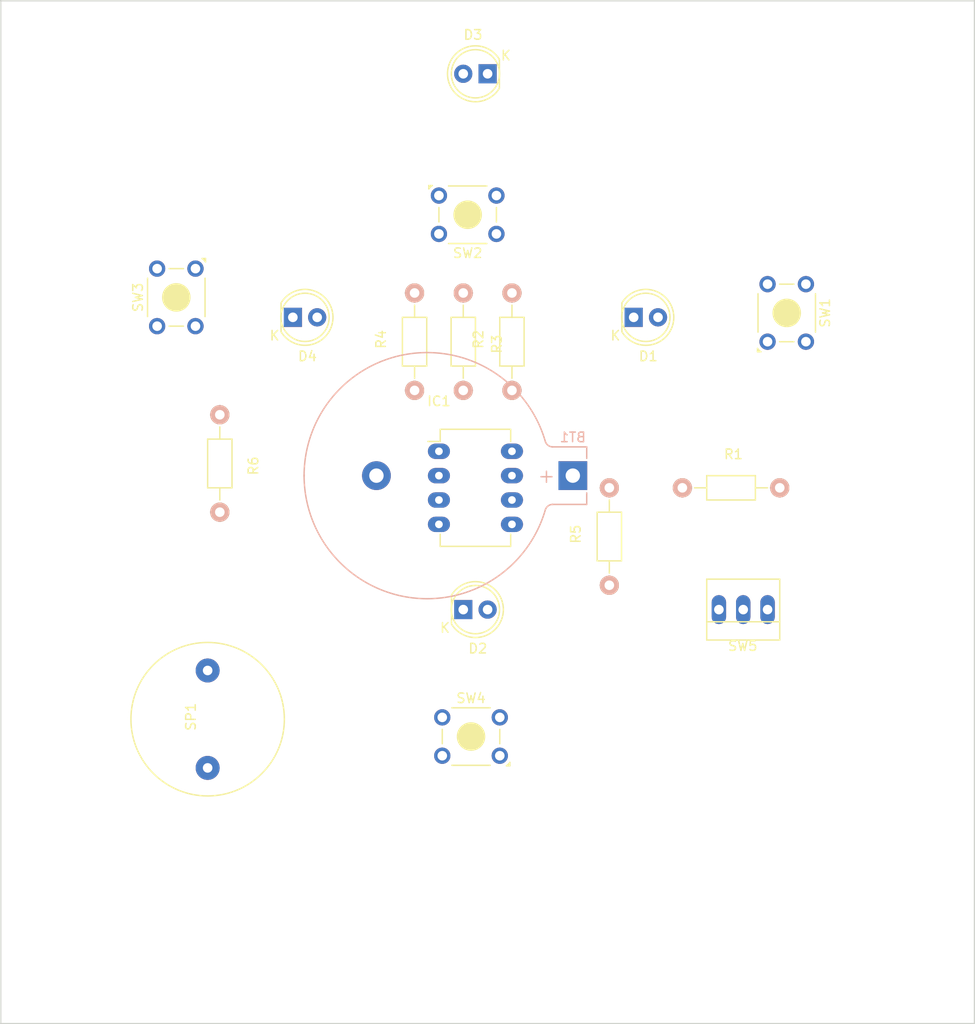
<source format=kicad_pcb>
(kicad_pcb (version 4) (host pcbnew 4.0.4-stable)

  (general
    (links 28)
    (no_connects 28)
    (area 78.664999 48.184999 180.415001 155.015001)
    (thickness 1.6)
    (drawings 5)
    (tracks 0)
    (zones 0)
    (modules 18)
    (nets 14)
  )

  (page A4)
  (layers
    (0 F.Cu signal)
    (31 B.Cu signal)
    (32 B.Adhes user)
    (33 F.Adhes user hide)
    (34 B.Paste user hide)
    (35 F.Paste user hide)
    (36 B.SilkS user)
    (37 F.SilkS user)
    (38 B.Mask user hide)
    (39 F.Mask user hide)
    (40 Dwgs.User user hide)
    (41 Cmts.User user)
    (42 Eco1.User user)
    (43 Eco2.User user)
    (44 Edge.Cuts user)
    (45 Margin user)
    (46 B.CrtYd user)
    (47 F.CrtYd user)
    (48 B.Fab user)
    (49 F.Fab user)
  )

  (setup
    (last_trace_width 0.25)
    (trace_clearance 0.2)
    (zone_clearance 0.508)
    (zone_45_only no)
    (trace_min 0.2)
    (segment_width 0.2)
    (edge_width 0.15)
    (via_size 0.6)
    (via_drill 0.4)
    (via_min_size 0.4)
    (via_min_drill 0.3)
    (uvia_size 0.3)
    (uvia_drill 0.1)
    (uvias_allowed no)
    (uvia_min_size 0.2)
    (uvia_min_drill 0.1)
    (pcb_text_width 0.3)
    (pcb_text_size 1.5 1.5)
    (mod_edge_width 0.15)
    (mod_text_size 1 1)
    (mod_text_width 0.15)
    (pad_size 1.524 1.524)
    (pad_drill 0.762)
    (pad_to_mask_clearance 0.2)
    (aux_axis_origin 0 0)
    (visible_elements 7FFFF7FF)
    (pcbplotparams
      (layerselection 0x00030_80000001)
      (usegerberextensions false)
      (excludeedgelayer true)
      (linewidth 0.100000)
      (plotframeref false)
      (viasonmask false)
      (mode 1)
      (useauxorigin false)
      (hpglpennumber 1)
      (hpglpenspeed 20)
      (hpglpendiameter 15)
      (hpglpenoverlay 2)
      (psnegative false)
      (psa4output false)
      (plotreference true)
      (plotvalue true)
      (plotinvisibletext false)
      (padsonsilk false)
      (subtractmaskfromsilk false)
      (outputformat 5)
      (mirror false)
      (drillshape 0)
      (scaleselection 1)
      (outputdirectory ""))
  )

  (net 0 "")
  (net 1 GND)
  (net 2 "Net-(BT1-Pad1)")
  (net 3 PB2)
  (net 4 "Net-(D1-Pad2)")
  (net 5 PB3)
  (net 6 "Net-(D3-Pad2)")
  (net 7 PB4)
  (net 8 PB0)
  (net 9 PB1)
  (net 10 +3V3)
  (net 11 "Net-(R2-Pad1)")
  (net 12 "Net-(R3-Pad1)")
  (net 13 "Net-(R4-Pad1)")

  (net_class Default "This is the default net class."
    (clearance 0.2)
    (trace_width 0.25)
    (via_dia 0.6)
    (via_drill 0.4)
    (uvia_dia 0.3)
    (uvia_drill 0.1)
    (add_net +3V3)
    (add_net GND)
    (add_net "Net-(BT1-Pad1)")
    (add_net "Net-(D1-Pad2)")
    (add_net "Net-(D3-Pad2)")
    (add_net "Net-(R2-Pad1)")
    (add_net "Net-(R3-Pad1)")
    (add_net "Net-(R4-Pad1)")
    (add_net PB0)
    (add_net PB1)
    (add_net PB2)
    (add_net PB3)
    (add_net PB4)
  )

  (module Buttons_Switches_ThroughHole:SW_TH_Tactile_Omron_B3F-10xx (layer F.Cu) (tedit 563F14D4) (tstamp 583F45C6)
    (at 130.81 127 180)
    (descr SW_TH_Tactile_Omron_B3F-10xx)
    (tags "Omron B3F-10xx")
    (path /583DD588)
    (fp_text reference SW4 (at 3 6 180) (layer F.SilkS)
      (effects (font (size 1 1) (thickness 0.15)))
    )
    (fp_text value button (at 2.95 -2.05 180) (layer F.Fab)
      (effects (font (size 1 1) (thickness 0.15)))
    )
    (fp_line (start -0.95 -1) (end -0.95 -0.9) (layer F.SilkS) (width 0.15))
    (fp_line (start -1.05 -1.05) (end -0.7 -1.05) (layer F.SilkS) (width 0.15))
    (fp_arc (start 0 0) (end -1.05 -0.7) (angle 22.61986495) (layer F.SilkS) (width 0.15))
    (fp_line (start -1.05 -1.05) (end -1.05 -0.7) (layer F.SilkS) (width 0.15))
    (fp_line (start 7.15 -1.15) (end 0.45 -1.15) (layer F.CrtYd) (width 0.05))
    (fp_line (start 7.15 5.15) (end 7.15 -1.15) (layer F.CrtYd) (width 0.05))
    (fp_line (start -1.15 5.15) (end 7.15 5.15) (layer F.CrtYd) (width 0.05))
    (fp_line (start -1.15 0) (end -1.15 5.15) (layer F.CrtYd) (width 0.05))
    (fp_line (start -1.15 -1.15) (end 0.45 -1.15) (layer F.CrtYd) (width 0.05))
    (fp_line (start -1.15 0) (end -1.15 -1.15) (layer F.CrtYd) (width 0.05))
    (fp_circle (center 3 2) (end 4 3) (layer F.SilkS) (width 0.15))
    (fp_line (start 1 5) (end 5 5) (layer F.SilkS) (width 0.15))
    (fp_line (start 1 -1) (end 5 -1) (layer F.SilkS) (width 0.15))
    (fp_line (start 0 2.75) (end 0 1.25) (layer F.SilkS) (width 0.15))
    (fp_line (start 6 1.25) (end 6 2.75) (layer F.SilkS) (width 0.15))
    (fp_line (start 0 2) (end 0 2) (layer F.SilkS) (width 0))
    (fp_line (start 5 5) (end 1 5) (layer F.SilkS) (width 0))
    (fp_line (start 5 -1) (end 1 -1) (layer F.SilkS) (width 0))
    (fp_line (start 6 2) (end 6 2) (layer F.SilkS) (width 0))
    (fp_circle (center 3 2) (end 4 3) (layer F.SilkS) (width 0))
    (pad 4 thru_hole circle (at 6 4 180) (size 1.7 1.7) (drill 1) (layers *.Cu *.Mask))
    (pad 3 thru_hole circle (at 0 4 180) (size 1.7 1.7) (drill 1) (layers *.Cu *.Mask))
    (pad 2 thru_hole circle (at 6 0 180) (size 1.7 1.7) (drill 1) (layers *.Cu *.Mask)
      (net 1 GND))
    (pad 1 thru_hole circle (at 0 0 180) (size 1.7 1.7) (drill 1) (layers *.Cu *.Mask)
      (net 13 "Net-(R4-Pad1)"))
  )

  (module Buttons_Switches_ThroughHole:SW_TH_Tactile_Omron_B3F-10xx (layer F.Cu) (tedit 563F14D4) (tstamp 583F45BE)
    (at 99.06 76.2 270)
    (descr SW_TH_Tactile_Omron_B3F-10xx)
    (tags "Omron B3F-10xx")
    (path /583DD555)
    (fp_text reference SW3 (at 3 6 270) (layer F.SilkS)
      (effects (font (size 1 1) (thickness 0.15)))
    )
    (fp_text value button (at 2.95 -2.05 270) (layer F.Fab)
      (effects (font (size 1 1) (thickness 0.15)))
    )
    (fp_line (start -0.95 -1) (end -0.95 -0.9) (layer F.SilkS) (width 0.15))
    (fp_line (start -1.05 -1.05) (end -0.7 -1.05) (layer F.SilkS) (width 0.15))
    (fp_arc (start 0 0) (end -1.05 -0.7) (angle 22.61986495) (layer F.SilkS) (width 0.15))
    (fp_line (start -1.05 -1.05) (end -1.05 -0.7) (layer F.SilkS) (width 0.15))
    (fp_line (start 7.15 -1.15) (end 0.45 -1.15) (layer F.CrtYd) (width 0.05))
    (fp_line (start 7.15 5.15) (end 7.15 -1.15) (layer F.CrtYd) (width 0.05))
    (fp_line (start -1.15 5.15) (end 7.15 5.15) (layer F.CrtYd) (width 0.05))
    (fp_line (start -1.15 0) (end -1.15 5.15) (layer F.CrtYd) (width 0.05))
    (fp_line (start -1.15 -1.15) (end 0.45 -1.15) (layer F.CrtYd) (width 0.05))
    (fp_line (start -1.15 0) (end -1.15 -1.15) (layer F.CrtYd) (width 0.05))
    (fp_circle (center 3 2) (end 4 3) (layer F.SilkS) (width 0.15))
    (fp_line (start 1 5) (end 5 5) (layer F.SilkS) (width 0.15))
    (fp_line (start 1 -1) (end 5 -1) (layer F.SilkS) (width 0.15))
    (fp_line (start 0 2.75) (end 0 1.25) (layer F.SilkS) (width 0.15))
    (fp_line (start 6 1.25) (end 6 2.75) (layer F.SilkS) (width 0.15))
    (fp_line (start 0 2) (end 0 2) (layer F.SilkS) (width 0))
    (fp_line (start 5 5) (end 1 5) (layer F.SilkS) (width 0))
    (fp_line (start 5 -1) (end 1 -1) (layer F.SilkS) (width 0))
    (fp_line (start 6 2) (end 6 2) (layer F.SilkS) (width 0))
    (fp_circle (center 3 2) (end 4 3) (layer F.SilkS) (width 0))
    (pad 4 thru_hole circle (at 6 4 270) (size 1.7 1.7) (drill 1) (layers *.Cu *.Mask))
    (pad 3 thru_hole circle (at 0 4 270) (size 1.7 1.7) (drill 1) (layers *.Cu *.Mask))
    (pad 2 thru_hole circle (at 6 0 270) (size 1.7 1.7) (drill 1) (layers *.Cu *.Mask)
      (net 1 GND))
    (pad 1 thru_hole circle (at 0 0 270) (size 1.7 1.7) (drill 1) (layers *.Cu *.Mask)
      (net 12 "Net-(R3-Pad1)"))
  )

  (module Buttons_Switches_ThroughHole:SW_TH_Tactile_Omron_B3F-10xx (layer F.Cu) (tedit 563F14D4) (tstamp 583F45B6)
    (at 124.46 68.58)
    (descr SW_TH_Tactile_Omron_B3F-10xx)
    (tags "Omron B3F-10xx")
    (path /583DD4E4)
    (fp_text reference SW2 (at 3 6) (layer F.SilkS)
      (effects (font (size 1 1) (thickness 0.15)))
    )
    (fp_text value button (at 2.95 -2.05) (layer F.Fab)
      (effects (font (size 1 1) (thickness 0.15)))
    )
    (fp_line (start -0.95 -1) (end -0.95 -0.9) (layer F.SilkS) (width 0.15))
    (fp_line (start -1.05 -1.05) (end -0.7 -1.05) (layer F.SilkS) (width 0.15))
    (fp_arc (start 0 0) (end -1.05 -0.7) (angle 22.61986495) (layer F.SilkS) (width 0.15))
    (fp_line (start -1.05 -1.05) (end -1.05 -0.7) (layer F.SilkS) (width 0.15))
    (fp_line (start 7.15 -1.15) (end 0.45 -1.15) (layer F.CrtYd) (width 0.05))
    (fp_line (start 7.15 5.15) (end 7.15 -1.15) (layer F.CrtYd) (width 0.05))
    (fp_line (start -1.15 5.15) (end 7.15 5.15) (layer F.CrtYd) (width 0.05))
    (fp_line (start -1.15 0) (end -1.15 5.15) (layer F.CrtYd) (width 0.05))
    (fp_line (start -1.15 -1.15) (end 0.45 -1.15) (layer F.CrtYd) (width 0.05))
    (fp_line (start -1.15 0) (end -1.15 -1.15) (layer F.CrtYd) (width 0.05))
    (fp_circle (center 3 2) (end 4 3) (layer F.SilkS) (width 0.15))
    (fp_line (start 1 5) (end 5 5) (layer F.SilkS) (width 0.15))
    (fp_line (start 1 -1) (end 5 -1) (layer F.SilkS) (width 0.15))
    (fp_line (start 0 2.75) (end 0 1.25) (layer F.SilkS) (width 0.15))
    (fp_line (start 6 1.25) (end 6 2.75) (layer F.SilkS) (width 0.15))
    (fp_line (start 0 2) (end 0 2) (layer F.SilkS) (width 0))
    (fp_line (start 5 5) (end 1 5) (layer F.SilkS) (width 0))
    (fp_line (start 5 -1) (end 1 -1) (layer F.SilkS) (width 0))
    (fp_line (start 6 2) (end 6 2) (layer F.SilkS) (width 0))
    (fp_circle (center 3 2) (end 4 3) (layer F.SilkS) (width 0))
    (pad 4 thru_hole circle (at 6 4) (size 1.7 1.7) (drill 1) (layers *.Cu *.Mask))
    (pad 3 thru_hole circle (at 0 4) (size 1.7 1.7) (drill 1) (layers *.Cu *.Mask))
    (pad 2 thru_hole circle (at 6 0) (size 1.7 1.7) (drill 1) (layers *.Cu *.Mask)
      (net 1 GND))
    (pad 1 thru_hole circle (at 0 0) (size 1.7 1.7) (drill 1) (layers *.Cu *.Mask)
      (net 11 "Net-(R2-Pad1)"))
  )

  (module Buttons_Switches_ThroughHole:SW_TH_Tactile_Omron_B3F-10xx (layer F.Cu) (tedit 563F14D4) (tstamp 583F45AE)
    (at 158.75 83.82 90)
    (descr SW_TH_Tactile_Omron_B3F-10xx)
    (tags "Omron B3F-10xx")
    (path /583DD5B7)
    (fp_text reference SW1 (at 3 6 90) (layer F.SilkS)
      (effects (font (size 1 1) (thickness 0.15)))
    )
    (fp_text value button (at 2.95 -2.05 90) (layer F.Fab)
      (effects (font (size 1 1) (thickness 0.15)))
    )
    (fp_line (start -0.95 -1) (end -0.95 -0.9) (layer F.SilkS) (width 0.15))
    (fp_line (start -1.05 -1.05) (end -0.7 -1.05) (layer F.SilkS) (width 0.15))
    (fp_arc (start 0 0) (end -1.05 -0.7) (angle 22.61986495) (layer F.SilkS) (width 0.15))
    (fp_line (start -1.05 -1.05) (end -1.05 -0.7) (layer F.SilkS) (width 0.15))
    (fp_line (start 7.15 -1.15) (end 0.45 -1.15) (layer F.CrtYd) (width 0.05))
    (fp_line (start 7.15 5.15) (end 7.15 -1.15) (layer F.CrtYd) (width 0.05))
    (fp_line (start -1.15 5.15) (end 7.15 5.15) (layer F.CrtYd) (width 0.05))
    (fp_line (start -1.15 0) (end -1.15 5.15) (layer F.CrtYd) (width 0.05))
    (fp_line (start -1.15 -1.15) (end 0.45 -1.15) (layer F.CrtYd) (width 0.05))
    (fp_line (start -1.15 0) (end -1.15 -1.15) (layer F.CrtYd) (width 0.05))
    (fp_circle (center 3 2) (end 4 3) (layer F.SilkS) (width 0.15))
    (fp_line (start 1 5) (end 5 5) (layer F.SilkS) (width 0.15))
    (fp_line (start 1 -1) (end 5 -1) (layer F.SilkS) (width 0.15))
    (fp_line (start 0 2.75) (end 0 1.25) (layer F.SilkS) (width 0.15))
    (fp_line (start 6 1.25) (end 6 2.75) (layer F.SilkS) (width 0.15))
    (fp_line (start 0 2) (end 0 2) (layer F.SilkS) (width 0))
    (fp_line (start 5 5) (end 1 5) (layer F.SilkS) (width 0))
    (fp_line (start 5 -1) (end 1 -1) (layer F.SilkS) (width 0))
    (fp_line (start 6 2) (end 6 2) (layer F.SilkS) (width 0))
    (fp_circle (center 3 2) (end 4 3) (layer F.SilkS) (width 0))
    (pad 4 thru_hole circle (at 6 4 90) (size 1.7 1.7) (drill 1) (layers *.Cu *.Mask))
    (pad 3 thru_hole circle (at 0 4 90) (size 1.7 1.7) (drill 1) (layers *.Cu *.Mask))
    (pad 2 thru_hole circle (at 6 0 90) (size 1.7 1.7) (drill 1) (layers *.Cu *.Mask)
      (net 1 GND))
    (pad 1 thru_hole circle (at 0 0 90) (size 1.7 1.7) (drill 1) (layers *.Cu *.Mask)
      (net 8 PB0))
  )

  (module Buzzers_Beepers:BUZZER (layer F.Cu) (tedit 0) (tstamp 583F45A6)
    (at 100.33 123.19 90)
    (path /583DE71C)
    (fp_text reference SP1 (at 0.24892 -1.75006 90) (layer F.SilkS)
      (effects (font (size 1 1) (thickness 0.15)))
    )
    (fp_text value SPEAKER (at 0 1.50114 90) (layer F.Fab)
      (effects (font (size 1 1) (thickness 0.15)))
    )
    (fp_circle (center 0 0) (end 8.001 0.24892) (layer F.SilkS) (width 0.15))
    (pad 2 thru_hole circle (at 5.08 0 90) (size 2.49936 2.49936) (drill 1.00076) (layers *.Cu *.Mask)
      (net 7 PB4))
    (pad 1 thru_hole circle (at -5.08 0 90) (size 2.49936 2.49936) (drill 1.00076) (layers *.Cu *.Mask)
      (net 1 GND))
  )

  (module Resistors_ThroughHole:Resistor_Horizontal_RM10mm (layer F.Cu) (tedit 56648415) (tstamp 583F45A0)
    (at 101.6 91.44 270)
    (descr "Resistor, Axial,  RM 10mm, 1/3W")
    (tags "Resistor Axial RM 10mm 1/3W")
    (path /583DCE80)
    (fp_text reference R6 (at 5.32892 -3.50012 270) (layer F.SilkS)
      (effects (font (size 1 1) (thickness 0.15)))
    )
    (fp_text value 330R (at 5.08 3.81 270) (layer F.Fab)
      (effects (font (size 1 1) (thickness 0.15)))
    )
    (fp_line (start -1.25 -1.5) (end 11.4 -1.5) (layer F.CrtYd) (width 0.05))
    (fp_line (start -1.25 1.5) (end -1.25 -1.5) (layer F.CrtYd) (width 0.05))
    (fp_line (start 11.4 -1.5) (end 11.4 1.5) (layer F.CrtYd) (width 0.05))
    (fp_line (start -1.25 1.5) (end 11.4 1.5) (layer F.CrtYd) (width 0.05))
    (fp_line (start 2.54 -1.27) (end 7.62 -1.27) (layer F.SilkS) (width 0.15))
    (fp_line (start 7.62 -1.27) (end 7.62 1.27) (layer F.SilkS) (width 0.15))
    (fp_line (start 7.62 1.27) (end 2.54 1.27) (layer F.SilkS) (width 0.15))
    (fp_line (start 2.54 1.27) (end 2.54 -1.27) (layer F.SilkS) (width 0.15))
    (fp_line (start 2.54 0) (end 1.27 0) (layer F.SilkS) (width 0.15))
    (fp_line (start 7.62 0) (end 8.89 0) (layer F.SilkS) (width 0.15))
    (pad 1 thru_hole circle (at 0 0 270) (size 1.99898 1.99898) (drill 1.00076) (layers *.Cu *.SilkS *.Mask)
      (net 6 "Net-(D3-Pad2)"))
    (pad 2 thru_hole circle (at 10.16 0 270) (size 1.99898 1.99898) (drill 1.00076) (layers *.Cu *.SilkS *.Mask)
      (net 3 PB2))
    (model Resistors_ThroughHole.3dshapes/Resistor_Horizontal_RM10mm.wrl
      (at (xyz 0.2 0 0))
      (scale (xyz 0.4 0.4 0.4))
      (rotate (xyz 0 0 0))
    )
  )

  (module Resistors_ThroughHole:Resistor_Horizontal_RM10mm (layer F.Cu) (tedit 56648415) (tstamp 583F459A)
    (at 142.24 109.22 90)
    (descr "Resistor, Axial,  RM 10mm, 1/3W")
    (tags "Resistor Axial RM 10mm 1/3W")
    (path /583DCE47)
    (fp_text reference R5 (at 5.32892 -3.50012 90) (layer F.SilkS)
      (effects (font (size 1 1) (thickness 0.15)))
    )
    (fp_text value 330R (at 5.08 3.81 90) (layer F.Fab)
      (effects (font (size 1 1) (thickness 0.15)))
    )
    (fp_line (start -1.25 -1.5) (end 11.4 -1.5) (layer F.CrtYd) (width 0.05))
    (fp_line (start -1.25 1.5) (end -1.25 -1.5) (layer F.CrtYd) (width 0.05))
    (fp_line (start 11.4 -1.5) (end 11.4 1.5) (layer F.CrtYd) (width 0.05))
    (fp_line (start -1.25 1.5) (end 11.4 1.5) (layer F.CrtYd) (width 0.05))
    (fp_line (start 2.54 -1.27) (end 7.62 -1.27) (layer F.SilkS) (width 0.15))
    (fp_line (start 7.62 -1.27) (end 7.62 1.27) (layer F.SilkS) (width 0.15))
    (fp_line (start 7.62 1.27) (end 2.54 1.27) (layer F.SilkS) (width 0.15))
    (fp_line (start 2.54 1.27) (end 2.54 -1.27) (layer F.SilkS) (width 0.15))
    (fp_line (start 2.54 0) (end 1.27 0) (layer F.SilkS) (width 0.15))
    (fp_line (start 7.62 0) (end 8.89 0) (layer F.SilkS) (width 0.15))
    (pad 1 thru_hole circle (at 0 0 90) (size 1.99898 1.99898) (drill 1.00076) (layers *.Cu *.SilkS *.Mask)
      (net 4 "Net-(D1-Pad2)"))
    (pad 2 thru_hole circle (at 10.16 0 90) (size 1.99898 1.99898) (drill 1.00076) (layers *.Cu *.SilkS *.Mask)
      (net 9 PB1))
    (model Resistors_ThroughHole.3dshapes/Resistor_Horizontal_RM10mm.wrl
      (at (xyz 0.2 0 0))
      (scale (xyz 0.4 0.4 0.4))
      (rotate (xyz 0 0 0))
    )
  )

  (module Resistors_ThroughHole:Resistor_Horizontal_RM10mm (layer F.Cu) (tedit 56648415) (tstamp 583F4594)
    (at 121.92 88.9 90)
    (descr "Resistor, Axial,  RM 10mm, 1/3W")
    (tags "Resistor Axial RM 10mm 1/3W")
    (path /583DD6FC)
    (fp_text reference R4 (at 5.32892 -3.50012 90) (layer F.SilkS)
      (effects (font (size 1 1) (thickness 0.15)))
    )
    (fp_text value 1K (at 5.08 3.81 90) (layer F.Fab)
      (effects (font (size 1 1) (thickness 0.15)))
    )
    (fp_line (start -1.25 -1.5) (end 11.4 -1.5) (layer F.CrtYd) (width 0.05))
    (fp_line (start -1.25 1.5) (end -1.25 -1.5) (layer F.CrtYd) (width 0.05))
    (fp_line (start 11.4 -1.5) (end 11.4 1.5) (layer F.CrtYd) (width 0.05))
    (fp_line (start -1.25 1.5) (end 11.4 1.5) (layer F.CrtYd) (width 0.05))
    (fp_line (start 2.54 -1.27) (end 7.62 -1.27) (layer F.SilkS) (width 0.15))
    (fp_line (start 7.62 -1.27) (end 7.62 1.27) (layer F.SilkS) (width 0.15))
    (fp_line (start 7.62 1.27) (end 2.54 1.27) (layer F.SilkS) (width 0.15))
    (fp_line (start 2.54 1.27) (end 2.54 -1.27) (layer F.SilkS) (width 0.15))
    (fp_line (start 2.54 0) (end 1.27 0) (layer F.SilkS) (width 0.15))
    (fp_line (start 7.62 0) (end 8.89 0) (layer F.SilkS) (width 0.15))
    (pad 1 thru_hole circle (at 0 0 90) (size 1.99898 1.99898) (drill 1.00076) (layers *.Cu *.SilkS *.Mask)
      (net 13 "Net-(R4-Pad1)"))
    (pad 2 thru_hole circle (at 10.16 0 90) (size 1.99898 1.99898) (drill 1.00076) (layers *.Cu *.SilkS *.Mask)
      (net 12 "Net-(R3-Pad1)"))
    (model Resistors_ThroughHole.3dshapes/Resistor_Horizontal_RM10mm.wrl
      (at (xyz 0.2 0 0))
      (scale (xyz 0.4 0.4 0.4))
      (rotate (xyz 0 0 0))
    )
  )

  (module Resistors_ThroughHole:Resistor_Horizontal_RM10mm (layer F.Cu) (tedit 56648415) (tstamp 583F458E)
    (at 127 78.74 270)
    (descr "Resistor, Axial,  RM 10mm, 1/3W")
    (tags "Resistor Axial RM 10mm 1/3W")
    (path /583DD6CB)
    (fp_text reference R3 (at 5.32892 -3.50012 270) (layer F.SilkS)
      (effects (font (size 1 1) (thickness 0.15)))
    )
    (fp_text value 620R (at 5.08 3.81 270) (layer F.Fab)
      (effects (font (size 1 1) (thickness 0.15)))
    )
    (fp_line (start -1.25 -1.5) (end 11.4 -1.5) (layer F.CrtYd) (width 0.05))
    (fp_line (start -1.25 1.5) (end -1.25 -1.5) (layer F.CrtYd) (width 0.05))
    (fp_line (start 11.4 -1.5) (end 11.4 1.5) (layer F.CrtYd) (width 0.05))
    (fp_line (start -1.25 1.5) (end 11.4 1.5) (layer F.CrtYd) (width 0.05))
    (fp_line (start 2.54 -1.27) (end 7.62 -1.27) (layer F.SilkS) (width 0.15))
    (fp_line (start 7.62 -1.27) (end 7.62 1.27) (layer F.SilkS) (width 0.15))
    (fp_line (start 7.62 1.27) (end 2.54 1.27) (layer F.SilkS) (width 0.15))
    (fp_line (start 2.54 1.27) (end 2.54 -1.27) (layer F.SilkS) (width 0.15))
    (fp_line (start 2.54 0) (end 1.27 0) (layer F.SilkS) (width 0.15))
    (fp_line (start 7.62 0) (end 8.89 0) (layer F.SilkS) (width 0.15))
    (pad 1 thru_hole circle (at 0 0 270) (size 1.99898 1.99898) (drill 1.00076) (layers *.Cu *.SilkS *.Mask)
      (net 12 "Net-(R3-Pad1)"))
    (pad 2 thru_hole circle (at 10.16 0 270) (size 1.99898 1.99898) (drill 1.00076) (layers *.Cu *.SilkS *.Mask)
      (net 11 "Net-(R2-Pad1)"))
    (model Resistors_ThroughHole.3dshapes/Resistor_Horizontal_RM10mm.wrl
      (at (xyz 0.2 0 0))
      (scale (xyz 0.4 0.4 0.4))
      (rotate (xyz 0 0 0))
    )
  )

  (module Resistors_ThroughHole:Resistor_Horizontal_RM10mm (layer F.Cu) (tedit 56648415) (tstamp 583F4588)
    (at 132.08 88.9 90)
    (descr "Resistor, Axial,  RM 10mm, 1/3W")
    (tags "Resistor Axial RM 10mm 1/3W")
    (path /583DD606)
    (fp_text reference R2 (at 5.32892 -3.50012 90) (layer F.SilkS)
      (effects (font (size 1 1) (thickness 0.15)))
    )
    (fp_text value 330R (at 5.08 3.81 90) (layer F.Fab)
      (effects (font (size 1 1) (thickness 0.15)))
    )
    (fp_line (start -1.25 -1.5) (end 11.4 -1.5) (layer F.CrtYd) (width 0.05))
    (fp_line (start -1.25 1.5) (end -1.25 -1.5) (layer F.CrtYd) (width 0.05))
    (fp_line (start 11.4 -1.5) (end 11.4 1.5) (layer F.CrtYd) (width 0.05))
    (fp_line (start -1.25 1.5) (end 11.4 1.5) (layer F.CrtYd) (width 0.05))
    (fp_line (start 2.54 -1.27) (end 7.62 -1.27) (layer F.SilkS) (width 0.15))
    (fp_line (start 7.62 -1.27) (end 7.62 1.27) (layer F.SilkS) (width 0.15))
    (fp_line (start 7.62 1.27) (end 2.54 1.27) (layer F.SilkS) (width 0.15))
    (fp_line (start 2.54 1.27) (end 2.54 -1.27) (layer F.SilkS) (width 0.15))
    (fp_line (start 2.54 0) (end 1.27 0) (layer F.SilkS) (width 0.15))
    (fp_line (start 7.62 0) (end 8.89 0) (layer F.SilkS) (width 0.15))
    (pad 1 thru_hole circle (at 0 0 90) (size 1.99898 1.99898) (drill 1.00076) (layers *.Cu *.SilkS *.Mask)
      (net 11 "Net-(R2-Pad1)"))
    (pad 2 thru_hole circle (at 10.16 0 90) (size 1.99898 1.99898) (drill 1.00076) (layers *.Cu *.SilkS *.Mask)
      (net 8 PB0))
    (model Resistors_ThroughHole.3dshapes/Resistor_Horizontal_RM10mm.wrl
      (at (xyz 0.2 0 0))
      (scale (xyz 0.4 0.4 0.4))
      (rotate (xyz 0 0 0))
    )
  )

  (module Resistors_ThroughHole:Resistor_Horizontal_RM10mm (layer F.Cu) (tedit 56648415) (tstamp 583F4582)
    (at 149.86 99.06)
    (descr "Resistor, Axial,  RM 10mm, 1/3W")
    (tags "Resistor Axial RM 10mm 1/3W")
    (path /583E0233)
    (fp_text reference R1 (at 5.32892 -3.50012) (layer F.SilkS)
      (effects (font (size 1 1) (thickness 0.15)))
    )
    (fp_text value 2K (at 5.08 3.81) (layer F.Fab)
      (effects (font (size 1 1) (thickness 0.15)))
    )
    (fp_line (start -1.25 -1.5) (end 11.4 -1.5) (layer F.CrtYd) (width 0.05))
    (fp_line (start -1.25 1.5) (end -1.25 -1.5) (layer F.CrtYd) (width 0.05))
    (fp_line (start 11.4 -1.5) (end 11.4 1.5) (layer F.CrtYd) (width 0.05))
    (fp_line (start -1.25 1.5) (end 11.4 1.5) (layer F.CrtYd) (width 0.05))
    (fp_line (start 2.54 -1.27) (end 7.62 -1.27) (layer F.SilkS) (width 0.15))
    (fp_line (start 7.62 -1.27) (end 7.62 1.27) (layer F.SilkS) (width 0.15))
    (fp_line (start 7.62 1.27) (end 2.54 1.27) (layer F.SilkS) (width 0.15))
    (fp_line (start 2.54 1.27) (end 2.54 -1.27) (layer F.SilkS) (width 0.15))
    (fp_line (start 2.54 0) (end 1.27 0) (layer F.SilkS) (width 0.15))
    (fp_line (start 7.62 0) (end 8.89 0) (layer F.SilkS) (width 0.15))
    (pad 1 thru_hole circle (at 0 0) (size 1.99898 1.99898) (drill 1.00076) (layers *.Cu *.SilkS *.Mask)
      (net 8 PB0))
    (pad 2 thru_hole circle (at 10.16 0) (size 1.99898 1.99898) (drill 1.00076) (layers *.Cu *.SilkS *.Mask)
      (net 10 +3V3))
    (model Resistors_ThroughHole.3dshapes/Resistor_Horizontal_RM10mm.wrl
      (at (xyz 0.2 0 0))
      (scale (xyz 0.4 0.4 0.4))
      (rotate (xyz 0 0 0))
    )
  )

  (module LEDs:LED-5MM (layer F.Cu) (tedit 5570F7EA) (tstamp 583F4570)
    (at 109.22 81.28)
    (descr "LED 5mm round vertical")
    (tags "LED 5mm round vertical")
    (path /583DCC45)
    (fp_text reference D4 (at 1.524 4.064) (layer F.SilkS)
      (effects (font (size 1 1) (thickness 0.15)))
    )
    (fp_text value LED (at 1.524 -3.937) (layer F.Fab)
      (effects (font (size 1 1) (thickness 0.15)))
    )
    (fp_line (start -1.5 -1.55) (end -1.5 1.55) (layer F.CrtYd) (width 0.05))
    (fp_arc (start 1.3 0) (end -1.5 1.55) (angle -302) (layer F.CrtYd) (width 0.05))
    (fp_arc (start 1.27 0) (end -1.23 -1.5) (angle 297.5) (layer F.SilkS) (width 0.15))
    (fp_line (start -1.23 1.5) (end -1.23 -1.5) (layer F.SilkS) (width 0.15))
    (fp_circle (center 1.27 0) (end 0.97 -2.5) (layer F.SilkS) (width 0.15))
    (fp_text user K (at -1.905 1.905) (layer F.SilkS)
      (effects (font (size 1 1) (thickness 0.15)))
    )
    (pad 1 thru_hole rect (at 0 0 90) (size 2 1.9) (drill 1.00076) (layers *.Cu *.Mask)
      (net 6 "Net-(D3-Pad2)"))
    (pad 2 thru_hole circle (at 2.54 0) (size 1.9 1.9) (drill 1.00076) (layers *.Cu *.Mask)
      (net 5 PB3))
    (model LEDs.3dshapes/LED-5MM.wrl
      (at (xyz 0.05 0 0))
      (scale (xyz 1 1 1))
      (rotate (xyz 0 0 90))
    )
  )

  (module LEDs:LED-5MM (layer F.Cu) (tedit 5570F7EA) (tstamp 583F456A)
    (at 129.54 55.88 180)
    (descr "LED 5mm round vertical")
    (tags "LED 5mm round vertical")
    (path /583DCDC6)
    (fp_text reference D3 (at 1.524 4.064 180) (layer F.SilkS)
      (effects (font (size 1 1) (thickness 0.15)))
    )
    (fp_text value LED (at 1.524 -3.937 180) (layer F.Fab)
      (effects (font (size 1 1) (thickness 0.15)))
    )
    (fp_line (start -1.5 -1.55) (end -1.5 1.55) (layer F.CrtYd) (width 0.05))
    (fp_arc (start 1.3 0) (end -1.5 1.55) (angle -302) (layer F.CrtYd) (width 0.05))
    (fp_arc (start 1.27 0) (end -1.23 -1.5) (angle 297.5) (layer F.SilkS) (width 0.15))
    (fp_line (start -1.23 1.5) (end -1.23 -1.5) (layer F.SilkS) (width 0.15))
    (fp_circle (center 1.27 0) (end 0.97 -2.5) (layer F.SilkS) (width 0.15))
    (fp_text user K (at -1.905 1.905 180) (layer F.SilkS)
      (effects (font (size 1 1) (thickness 0.15)))
    )
    (pad 1 thru_hole rect (at 0 0 270) (size 2 1.9) (drill 1.00076) (layers *.Cu *.Mask)
      (net 5 PB3))
    (pad 2 thru_hole circle (at 2.54 0 180) (size 1.9 1.9) (drill 1.00076) (layers *.Cu *.Mask)
      (net 6 "Net-(D3-Pad2)"))
    (model LEDs.3dshapes/LED-5MM.wrl
      (at (xyz 0.05 0 0))
      (scale (xyz 1 1 1))
      (rotate (xyz 0 0 90))
    )
  )

  (module LEDs:LED-5MM (layer F.Cu) (tedit 5570F7EA) (tstamp 583F4564)
    (at 127 111.76)
    (descr "LED 5mm round vertical")
    (tags "LED 5mm round vertical")
    (path /583DCE22)
    (fp_text reference D2 (at 1.524 4.064) (layer F.SilkS)
      (effects (font (size 1 1) (thickness 0.15)))
    )
    (fp_text value LED (at 1.524 -3.937) (layer F.Fab)
      (effects (font (size 1 1) (thickness 0.15)))
    )
    (fp_line (start -1.5 -1.55) (end -1.5 1.55) (layer F.CrtYd) (width 0.05))
    (fp_arc (start 1.3 0) (end -1.5 1.55) (angle -302) (layer F.CrtYd) (width 0.05))
    (fp_arc (start 1.27 0) (end -1.23 -1.5) (angle 297.5) (layer F.SilkS) (width 0.15))
    (fp_line (start -1.23 1.5) (end -1.23 -1.5) (layer F.SilkS) (width 0.15))
    (fp_circle (center 1.27 0) (end 0.97 -2.5) (layer F.SilkS) (width 0.15))
    (fp_text user K (at -1.905 1.905) (layer F.SilkS)
      (effects (font (size 1 1) (thickness 0.15)))
    )
    (pad 1 thru_hole rect (at 0 0 90) (size 2 1.9) (drill 1.00076) (layers *.Cu *.Mask)
      (net 4 "Net-(D1-Pad2)"))
    (pad 2 thru_hole circle (at 2.54 0) (size 1.9 1.9) (drill 1.00076) (layers *.Cu *.Mask)
      (net 3 PB2))
    (model LEDs.3dshapes/LED-5MM.wrl
      (at (xyz 0.05 0 0))
      (scale (xyz 1 1 1))
      (rotate (xyz 0 0 90))
    )
  )

  (module LEDs:LED-5MM (layer F.Cu) (tedit 5570F7EA) (tstamp 583F455E)
    (at 144.78 81.28)
    (descr "LED 5mm round vertical")
    (tags "LED 5mm round vertical")
    (path /583DCDFF)
    (fp_text reference D1 (at 1.524 4.064) (layer F.SilkS)
      (effects (font (size 1 1) (thickness 0.15)))
    )
    (fp_text value LED (at 1.524 -3.937) (layer F.Fab)
      (effects (font (size 1 1) (thickness 0.15)))
    )
    (fp_line (start -1.5 -1.55) (end -1.5 1.55) (layer F.CrtYd) (width 0.05))
    (fp_arc (start 1.3 0) (end -1.5 1.55) (angle -302) (layer F.CrtYd) (width 0.05))
    (fp_arc (start 1.27 0) (end -1.23 -1.5) (angle 297.5) (layer F.SilkS) (width 0.15))
    (fp_line (start -1.23 1.5) (end -1.23 -1.5) (layer F.SilkS) (width 0.15))
    (fp_circle (center 1.27 0) (end 0.97 -2.5) (layer F.SilkS) (width 0.15))
    (fp_text user K (at -1.905 1.905) (layer F.SilkS)
      (effects (font (size 1 1) (thickness 0.15)))
    )
    (pad 1 thru_hole rect (at 0 0 90) (size 2 1.9) (drill 1.00076) (layers *.Cu *.Mask)
      (net 3 PB2))
    (pad 2 thru_hole circle (at 2.54 0) (size 1.9 1.9) (drill 1.00076) (layers *.Cu *.Mask)
      (net 4 "Net-(D1-Pad2)"))
    (model LEDs.3dshapes/LED-5MM.wrl
      (at (xyz 0.05 0 0))
      (scale (xyz 1 1 1))
      (rotate (xyz 0 0 90))
    )
  )

  (module Battery_Holders:Keystone_104_1x23mm-CoinCell (layer B.Cu) (tedit 5787C34F) (tstamp 583F4558)
    (at 138.43 97.79 180)
    (descr http://www.keyelco.com/product-pdf.cfm?p=744)
    (tags "Keystone type 104 battery holder")
    (path /583DCF3A)
    (fp_text reference BT1 (at 0 4 180) (layer B.SilkS)
      (effects (font (size 1 1) (thickness 0.15)) (justify mirror))
    )
    (fp_text value Battery (at 15 -14 180) (layer B.Fab)
      (effects (font (size 1 1) (thickness 0.15)) (justify mirror))
    )
    (fp_text user + (at 2.75 0 180) (layer B.SilkS)
      (effects (font (size 1.5 1.5) (thickness 0.15)) (justify mirror))
    )
    (fp_line (start -1.45 -1.8) (end -1.45 -3) (layer B.SilkS) (width 0.15))
    (fp_arc (start 15.2 0) (end 2.615 -3.6) (angle 164) (layer B.CrtYd) (width 0.05))
    (fp_arc (start 15.2 0) (end 2.615 3.6) (angle -164) (layer B.CrtYd) (width 0.05))
    (fp_arc (start 2.1 -3.8) (end 2.1 -3.25) (angle -70) (layer B.CrtYd) (width 0.05))
    (fp_arc (start 2.1 3.8) (end 2.1 3.25) (angle 70) (layer B.CrtYd) (width 0.05))
    (fp_arc (start 15.2 0) (end 2.85 -3.5) (angle 164.5) (layer B.SilkS) (width 0.15))
    (fp_arc (start 2.1 -3.8) (end 2.1 -3) (angle -70) (layer B.SilkS) (width 0.15))
    (fp_arc (start 15.2 0) (end 2.85 3.5) (angle -164.5) (layer B.SilkS) (width 0.15))
    (fp_arc (start 2.1 3.8) (end 2.1 3) (angle 70) (layer B.SilkS) (width 0.15))
    (fp_arc (start 2.15 -3.8) (end 2.15 -2.9) (angle -70) (layer B.Fab) (width 0.15))
    (fp_arc (start 15.2 0) (end 3 -3.5) (angle 164) (layer B.Fab) (width 0.15))
    (fp_arc (start 15.2 0) (end 3 3.5) (angle -164) (layer B.Fab) (width 0.15))
    (fp_arc (start 15.2 0) (end 3.72 -1.3) (angle 180) (layer B.Fab) (width 0.15))
    (fp_line (start -1.75 3.25) (end 2.15 3.25) (layer B.CrtYd) (width 0.05))
    (fp_line (start -1.75 -3.25) (end 2.15 -3.25) (layer B.CrtYd) (width 0.05))
    (fp_line (start -1.75 -3.25) (end -1.75 3.25) (layer B.CrtYd) (width 0.05))
    (fp_line (start -1.45 3) (end 2.15 3) (layer B.SilkS) (width 0.15))
    (fp_line (start -1.45 1.8) (end -1.45 3) (layer B.SilkS) (width 0.15))
    (fp_line (start -1.45 -3) (end 2.15 -3) (layer B.SilkS) (width 0.15))
    (fp_arc (start 15.2 0) (end 9 -1.3) (angle 170) (layer B.Fab) (width 0.15))
    (fp_arc (start 15.2 0) (end 13.3 -1.3) (angle 150) (layer B.Fab) (width 0.15))
    (fp_arc (start 15.2 0) (end 13.3 1.3) (angle -150) (layer B.Fab) (width 0.15))
    (fp_arc (start 15.2 0) (end 9 1.3) (angle -170) (layer B.Fab) (width 0.15))
    (fp_arc (start 15.2 0) (end 3.72 1.3) (angle -180) (layer B.Fab) (width 0.15))
    (fp_line (start 2.15 2.9) (end -0.9 2.9) (layer B.Fab) (width 0.15))
    (fp_line (start -0.9 -2.9) (end 2.15 -2.9) (layer B.Fab) (width 0.15))
    (fp_line (start -1.3 2.5) (end -1.3 -2.5) (layer B.Fab) (width 0.15))
    (fp_line (start 0 -1.3) (end 16.2 -1.3) (layer B.Fab) (width 0.15))
    (fp_line (start 16.2 1.3) (end 0 1.3) (layer B.Fab) (width 0.15))
    (fp_arc (start 2.15 3.8) (end 2.15 2.9) (angle 70) (layer B.Fab) (width 0.15))
    (fp_arc (start 16.2 0) (end 16.2 1.3) (angle -180) (layer B.Fab) (width 0.15))
    (fp_line (start 0 1.3) (end 0 -1.3) (layer B.Fab) (width 0.15))
    (fp_arc (start -0.9 -2.5) (end -1.3 -2.5) (angle 90) (layer B.Fab) (width 0.15))
    (fp_arc (start -0.9 2.5) (end -1.3 2.5) (angle -90) (layer B.Fab) (width 0.15))
    (fp_line (start 23.6982 -7.8486) (end 24.5264 -8.6133) (layer B.Fab) (width 0.15))
    (fp_line (start 23.7236 7.8486) (end 24.5264 8.6006) (layer B.Fab) (width 0.15))
    (pad 2 thru_hole circle (at 20.49 0 180) (size 3 3) (drill 1.5) (layers *.Cu *.Mask)
      (net 1 GND))
    (pad 1 thru_hole rect (at 0 0 180) (size 3 3) (drill 1.5) (layers *.Cu *.Mask)
      (net 2 "Net-(BT1-Pad1)"))
    (model Battery_Holders.3dshapes/Keystone_104_1x23mm-CoinCell.wrl
      (at (xyz 0.6 0 0))
      (scale (xyz 1 1 1))
      (rotate (xyz 0 0 180))
    )
  )

  (module Connect:PINHEAD1-3 (layer F.Cu) (tedit 0) (tstamp 583F55F3)
    (at 156.21 111.76 180)
    (path /583F1B54)
    (attr virtual)
    (fp_text reference SW5 (at 0.05 -3.8 180) (layer F.SilkS)
      (effects (font (size 1 1) (thickness 0.15)))
    )
    (fp_text value on/off (at 0 3.81 180) (layer F.Fab)
      (effects (font (size 1 1) (thickness 0.15)))
    )
    (fp_line (start -3.81 -3.175) (end -3.81 3.175) (layer F.SilkS) (width 0.15))
    (fp_line (start 3.81 -3.175) (end 3.81 3.175) (layer F.SilkS) (width 0.15))
    (fp_line (start 3.81 -1.27) (end -3.81 -1.27) (layer F.SilkS) (width 0.15))
    (fp_line (start -3.81 -3.175) (end 3.81 -3.175) (layer F.SilkS) (width 0.15))
    (fp_line (start 3.81 3.175) (end -3.81 3.175) (layer F.SilkS) (width 0.15))
    (pad 1 thru_hole oval (at -2.54 0 180) (size 1.50622 3.01498) (drill 0.99822) (layers *.Cu *.Mask)
      (net 10 +3V3))
    (pad 2 thru_hole oval (at 0 0 180) (size 1.50622 3.01498) (drill 0.99822) (layers *.Cu *.Mask)
      (net 2 "Net-(BT1-Pad1)"))
    (pad 3 thru_hole oval (at 2.54 0 180) (size 1.50622 3.01498) (drill 0.99822) (layers *.Cu *.Mask))
  )

  (module Housings_DIP:DIP-8_W7.62mm_LongPads (layer F.Cu) (tedit 54130A77) (tstamp 583F457C)
    (at 124.46 95.25)
    (descr "8-lead dip package, row spacing 7.62 mm (300 mils), longer pads")
    (tags "dil dip 2.54 300")
    (path /583DCC04)
    (fp_text reference IC1 (at 0 -5.22) (layer F.SilkS)
      (effects (font (size 1 1) (thickness 0.15)))
    )
    (fp_text value ATTINY85-S (at 0 -3.72) (layer F.Fab)
      (effects (font (size 1 1) (thickness 0.15)))
    )
    (fp_line (start -1.4 -2.45) (end -1.4 10.1) (layer F.CrtYd) (width 0.05))
    (fp_line (start 9 -2.45) (end 9 10.1) (layer F.CrtYd) (width 0.05))
    (fp_line (start -1.4 -2.45) (end 9 -2.45) (layer F.CrtYd) (width 0.05))
    (fp_line (start -1.4 10.1) (end 9 10.1) (layer F.CrtYd) (width 0.05))
    (fp_line (start 0.135 -2.295) (end 0.135 -1.025) (layer F.SilkS) (width 0.15))
    (fp_line (start 7.485 -2.295) (end 7.485 -1.025) (layer F.SilkS) (width 0.15))
    (fp_line (start 7.485 9.915) (end 7.485 8.645) (layer F.SilkS) (width 0.15))
    (fp_line (start 0.135 9.915) (end 0.135 8.645) (layer F.SilkS) (width 0.15))
    (fp_line (start 0.135 -2.295) (end 7.485 -2.295) (layer F.SilkS) (width 0.15))
    (fp_line (start 0.135 9.915) (end 7.485 9.915) (layer F.SilkS) (width 0.15))
    (fp_line (start 0.135 -1.025) (end -1.15 -1.025) (layer F.SilkS) (width 0.15))
    (pad 1 thru_hole oval (at 0 0) (size 2.3 1.6) (drill 0.8) (layers *.Cu *.Mask))
    (pad 2 thru_hole oval (at 0 2.54) (size 2.3 1.6) (drill 0.8) (layers *.Cu *.Mask)
      (net 5 PB3))
    (pad 3 thru_hole oval (at 0 5.08) (size 2.3 1.6) (drill 0.8) (layers *.Cu *.Mask)
      (net 7 PB4))
    (pad 4 thru_hole oval (at 0 7.62) (size 2.3 1.6) (drill 0.8) (layers *.Cu *.Mask)
      (net 1 GND))
    (pad 5 thru_hole oval (at 7.62 7.62) (size 2.3 1.6) (drill 0.8) (layers *.Cu *.Mask)
      (net 8 PB0))
    (pad 6 thru_hole oval (at 7.62 5.08) (size 2.3 1.6) (drill 0.8) (layers *.Cu *.Mask)
      (net 9 PB1))
    (pad 7 thru_hole oval (at 7.62 2.54) (size 2.3 1.6) (drill 0.8) (layers *.Cu *.Mask)
      (net 3 PB2))
    (pad 8 thru_hole oval (at 7.62 0) (size 2.3 1.6) (drill 0.8) (layers *.Cu *.Mask)
      (net 10 +3V3))
    (model Housings_DIP.3dshapes/DIP-8_W7.62mm_LongPads.wrl
      (at (xyz 0 0 0))
      (scale (xyz 1 1 1))
      (rotate (xyz 0 0 0))
    )
  )

  (gr_line (start 78.74 48.26) (end 78.74 50.8) (angle 90) (layer Edge.Cuts) (width 0.15))
  (gr_line (start 180.34 48.26) (end 78.74 48.26) (angle 90) (layer Edge.Cuts) (width 0.15))
  (gr_line (start 180.34 154.94) (end 180.34 48.26) (angle 90) (layer Edge.Cuts) (width 0.15))
  (gr_line (start 78.74 154.94) (end 180.34 154.94) (angle 90) (layer Edge.Cuts) (width 0.15))
  (gr_line (start 78.74 50.8) (end 78.74 154.94) (angle 90) (layer Edge.Cuts) (width 0.15))

)

</source>
